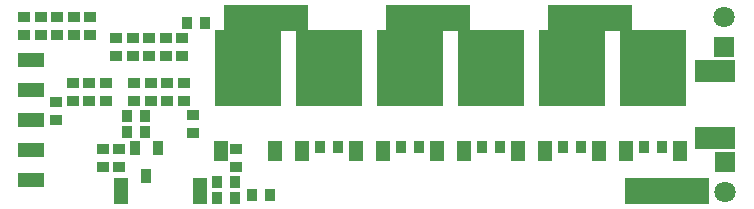
<source format=gts>
%FSLAX25Y25*%
%MOIN*%
G70*
G01*
G75*
G04 Layer_Color=8388736*
%ADD10R,0.27559X0.07874*%
%ADD11R,0.07874X0.03937*%
%ADD12R,0.12500X0.07000*%
%ADD13R,0.21654X0.24803*%
%ADD14R,0.03740X0.06299*%
%ADD15R,0.03937X0.07874*%
%ADD16R,0.02559X0.04134*%
%ADD17R,0.03201X0.02799*%
%ADD18R,0.03200X0.02800*%
%ADD19R,0.02800X0.03200*%
%ADD20C,0.00800*%
%ADD21C,0.01200*%
%ADD22C,0.01000*%
%ADD23C,0.03000*%
%ADD24C,0.06299*%
%ADD25R,0.06299X0.06299*%
%ADD26C,0.02362*%
%ADD27O,0.02362X0.07087*%
%ADD28O,0.07087X0.01181*%
%ADD29O,0.01181X0.07087*%
%ADD30R,0.03937X0.01969*%
%ADD31R,0.08000X0.05000*%
%ADD32R,0.08465X0.03740*%
%ADD33R,0.08465X0.12795*%
%ADD34R,0.07480X0.09449*%
%ADD35C,0.02000*%
%ADD36C,0.05000*%
%ADD37C,0.00984*%
%ADD38C,0.00600*%
%ADD39C,0.00787*%
%ADD40C,0.00500*%
%ADD41C,0.00799*%
%ADD42C,0.02362*%
%ADD43R,0.28359X0.08674*%
%ADD44R,0.08674X0.04737*%
%ADD45R,0.13300X0.07800*%
%ADD46R,0.22453X0.25603*%
%ADD47R,0.04540X0.07099*%
%ADD48R,0.04737X0.08674*%
%ADD49R,0.03359X0.04934*%
%ADD50R,0.04001X0.03599*%
%ADD51R,0.04000X0.03600*%
%ADD52R,0.03600X0.04000*%
%ADD53C,0.07099*%
%ADD54R,0.07099X0.07099*%
D43*
X218500Y6500D02*
D03*
X85000Y64000D02*
D03*
X139000D02*
D03*
X193000D02*
D03*
D44*
X6500Y10000D02*
D03*
Y50000D02*
D03*
Y40000D02*
D03*
Y30000D02*
D03*
Y20000D02*
D03*
D45*
X234500Y24000D02*
D03*
Y46500D02*
D03*
D46*
X186681Y47221D02*
D03*
X213681D02*
D03*
X132681D02*
D03*
X159681D02*
D03*
X78681D02*
D03*
X105681D02*
D03*
D47*
X177685Y19661D02*
D03*
X195677Y19661D02*
D03*
X204685Y19661D02*
D03*
X222677Y19661D02*
D03*
X123685Y19661D02*
D03*
X141677Y19661D02*
D03*
X150685Y19661D02*
D03*
X168677Y19661D02*
D03*
X69685Y19661D02*
D03*
X87677Y19661D02*
D03*
X96685Y19661D02*
D03*
X114677Y19661D02*
D03*
D48*
X36500Y6500D02*
D03*
X63000D02*
D03*
D49*
X45000Y11472D02*
D03*
X41260Y20528D02*
D03*
X48740D02*
D03*
D50*
X26300Y64500D02*
D03*
Y58500D02*
D03*
X20800D02*
D03*
Y64500D02*
D03*
X15300D02*
D03*
Y58500D02*
D03*
X9800D02*
D03*
Y64500D02*
D03*
X4300D02*
D03*
Y58500D02*
D03*
D51*
X52000Y36500D02*
D03*
Y42500D02*
D03*
X40500Y57500D02*
D03*
Y51500D02*
D03*
X51500D02*
D03*
Y57500D02*
D03*
X57500Y36500D02*
D03*
Y42500D02*
D03*
X46500Y36500D02*
D03*
Y42500D02*
D03*
X41000D02*
D03*
Y36500D02*
D03*
X35000Y51500D02*
D03*
Y57500D02*
D03*
X46000D02*
D03*
Y51500D02*
D03*
X57000D02*
D03*
Y57500D02*
D03*
X60500Y31579D02*
D03*
Y25579D02*
D03*
X26000Y36500D02*
D03*
Y42500D02*
D03*
X31500D02*
D03*
Y36500D02*
D03*
X20500Y42500D02*
D03*
Y36500D02*
D03*
X15000Y30000D02*
D03*
Y36000D02*
D03*
X74681Y14366D02*
D03*
Y20366D02*
D03*
X36000Y14500D02*
D03*
Y20500D02*
D03*
X30500Y14500D02*
D03*
Y20500D02*
D03*
D52*
X68500Y4000D02*
D03*
X74500D02*
D03*
X80181Y4866D02*
D03*
X86181D02*
D03*
X74500Y9500D02*
D03*
X68500D02*
D03*
X189681Y20866D02*
D03*
X183681D02*
D03*
X210681D02*
D03*
X216681D02*
D03*
X135681D02*
D03*
X129681D02*
D03*
X156681D02*
D03*
X162681D02*
D03*
X102681D02*
D03*
X108681D02*
D03*
X38500Y31500D02*
D03*
X44500D02*
D03*
Y26000D02*
D03*
X38500D02*
D03*
X58399Y62500D02*
D03*
X64399D02*
D03*
D53*
X237500Y64500D02*
D03*
X238000Y6000D02*
D03*
D54*
X237500Y54500D02*
D03*
X238000Y16000D02*
D03*
M02*

</source>
